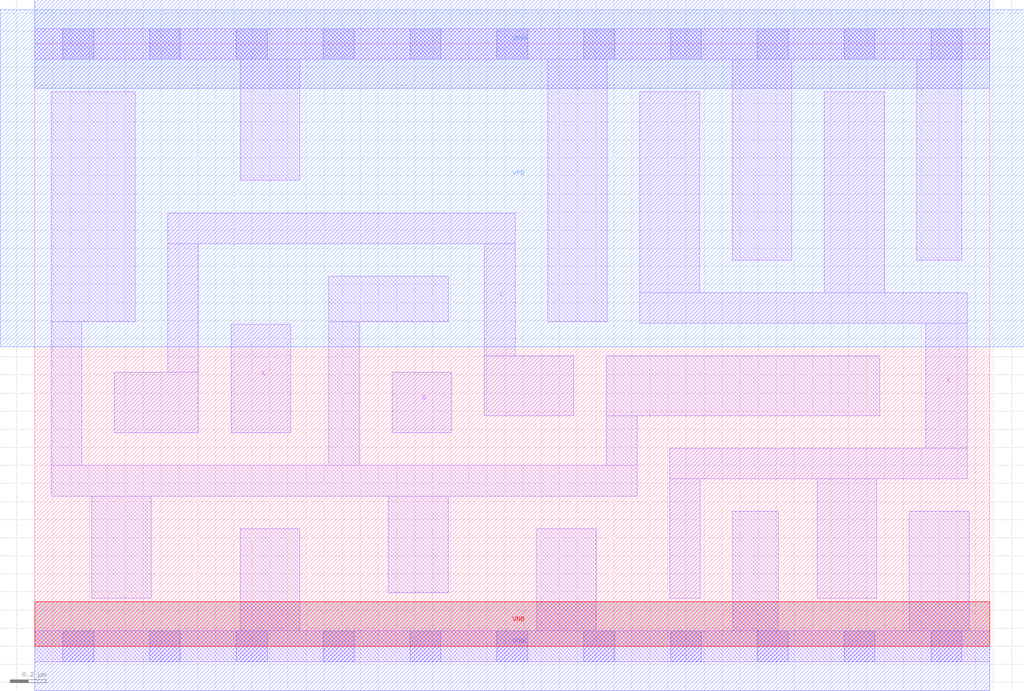
<source format=lef>
# Copyright 2020 The SkyWater PDK Authors
#
# Licensed under the Apache License, Version 2.0 (the "License");
# you may not use this file except in compliance with the License.
# You may obtain a copy of the License at
#
#     https://www.apache.org/licenses/LICENSE-2.0
#
# Unless required by applicable law or agreed to in writing, software
# distributed under the License is distributed on an "AS IS" BASIS,
# WITHOUT WARRANTIES OR CONDITIONS OF ANY KIND, either express or implied.
# See the License for the specific language governing permissions and
# limitations under the License.
#
# SPDX-License-Identifier: Apache-2.0

VERSION 5.7 ;
  NOWIREEXTENSIONATPIN ON ;
  DIVIDERCHAR "/" ;
  BUSBITCHARS "[]" ;
MACRO sky130_fd_sc_lp__maj3_4
  CLASS CORE ;
  FOREIGN sky130_fd_sc_lp__maj3_4 ;
  ORIGIN  0.000000  0.000000 ;
  SIZE  5.280000 BY  3.330000 ;
  SYMMETRY X Y R90 ;
  SITE unit ;
  PIN A
    ANTENNAGATEAREA  0.630000 ;
    DIRECTION INPUT ;
    USE SIGNAL ;
    PORT
      LAYER li1 ;
        RECT 1.085000 1.180000 1.415000 1.780000 ;
    END
  END A
  PIN B
    ANTENNAGATEAREA  0.630000 ;
    DIRECTION INPUT ;
    USE SIGNAL ;
    PORT
      LAYER li1 ;
        RECT 1.975000 1.180000 2.305000 1.515000 ;
    END
  END B
  PIN C
    ANTENNAGATEAREA  0.630000 ;
    DIRECTION INPUT ;
    USE SIGNAL ;
    PORT
      LAYER li1 ;
        RECT 0.440000 1.180000 0.905000 1.515000 ;
        RECT 0.735000 1.515000 0.905000 2.225000 ;
        RECT 0.735000 2.225000 2.655000 2.395000 ;
        RECT 2.485000 1.275000 2.980000 1.605000 ;
        RECT 2.485000 1.605000 2.655000 2.225000 ;
    END
  END C
  PIN X
    ANTENNADIFFAREA  1.209600 ;
    DIRECTION OUTPUT ;
    USE SIGNAL ;
    PORT
      LAYER li1 ;
        RECT 3.345000 1.785000 5.155000 1.955000 ;
        RECT 3.345000 1.955000 3.675000 3.065000 ;
        RECT 3.510000 0.265000 3.680000 0.925000 ;
        RECT 3.510000 0.925000 5.155000 1.095000 ;
        RECT 4.325000 0.265000 4.655000 0.925000 ;
        RECT 4.365000 1.955000 4.695000 3.065000 ;
        RECT 4.925000 1.095000 5.155000 1.785000 ;
    END
  END X
  PIN VGND
    DIRECTION INOUT ;
    USE GROUND ;
    PORT
      LAYER met1 ;
        RECT 0.000000 -0.245000 5.280000 0.245000 ;
    END
  END VGND
  PIN VNB
    DIRECTION INOUT ;
    USE GROUND ;
    PORT
      LAYER pwell ;
        RECT 0.000000 0.000000 5.280000 0.245000 ;
    END
  END VNB
  PIN VPB
    DIRECTION INOUT ;
    USE POWER ;
    PORT
      LAYER nwell ;
        RECT -0.190000 1.655000 5.470000 3.520000 ;
    END
  END VPB
  PIN VPWR
    DIRECTION INOUT ;
    USE POWER ;
    PORT
      LAYER met1 ;
        RECT 0.000000 3.085000 5.280000 3.575000 ;
    END
  END VPWR
  OBS
    LAYER li1 ;
      RECT 0.000000 -0.085000 5.280000 0.085000 ;
      RECT 0.000000  3.245000 5.280000 3.415000 ;
      RECT 0.090000  0.830000 3.330000 1.000000 ;
      RECT 0.090000  1.000000 0.260000 1.795000 ;
      RECT 0.090000  1.795000 0.555000 3.065000 ;
      RECT 0.315000  0.265000 0.645000 0.830000 ;
      RECT 1.135000  0.085000 1.465000 0.650000 ;
      RECT 1.135000  2.575000 1.465000 3.245000 ;
      RECT 1.625000  1.000000 1.795000 1.795000 ;
      RECT 1.625000  1.795000 2.285000 2.045000 ;
      RECT 1.955000  0.295000 2.285000 0.830000 ;
      RECT 2.775000  0.085000 3.105000 0.650000 ;
      RECT 2.835000  1.795000 3.165000 3.245000 ;
      RECT 3.160000  1.000000 3.330000 1.275000 ;
      RECT 3.160000  1.275000 4.670000 1.605000 ;
      RECT 3.855000  2.135000 4.185000 3.245000 ;
      RECT 3.860000  0.085000 4.110000 0.745000 ;
      RECT 4.835000  0.085000 5.165000 0.745000 ;
      RECT 4.875000  2.135000 5.125000 3.245000 ;
    LAYER mcon ;
      RECT 0.155000 -0.085000 0.325000 0.085000 ;
      RECT 0.155000  3.245000 0.325000 3.415000 ;
      RECT 0.635000 -0.085000 0.805000 0.085000 ;
      RECT 0.635000  3.245000 0.805000 3.415000 ;
      RECT 1.115000 -0.085000 1.285000 0.085000 ;
      RECT 1.115000  3.245000 1.285000 3.415000 ;
      RECT 1.595000 -0.085000 1.765000 0.085000 ;
      RECT 1.595000  3.245000 1.765000 3.415000 ;
      RECT 2.075000 -0.085000 2.245000 0.085000 ;
      RECT 2.075000  3.245000 2.245000 3.415000 ;
      RECT 2.555000 -0.085000 2.725000 0.085000 ;
      RECT 2.555000  3.245000 2.725000 3.415000 ;
      RECT 3.035000 -0.085000 3.205000 0.085000 ;
      RECT 3.035000  3.245000 3.205000 3.415000 ;
      RECT 3.515000 -0.085000 3.685000 0.085000 ;
      RECT 3.515000  3.245000 3.685000 3.415000 ;
      RECT 3.995000 -0.085000 4.165000 0.085000 ;
      RECT 3.995000  3.245000 4.165000 3.415000 ;
      RECT 4.475000 -0.085000 4.645000 0.085000 ;
      RECT 4.475000  3.245000 4.645000 3.415000 ;
      RECT 4.955000 -0.085000 5.125000 0.085000 ;
      RECT 4.955000  3.245000 5.125000 3.415000 ;
  END
END sky130_fd_sc_lp__maj3_4
END LIBRARY

</source>
